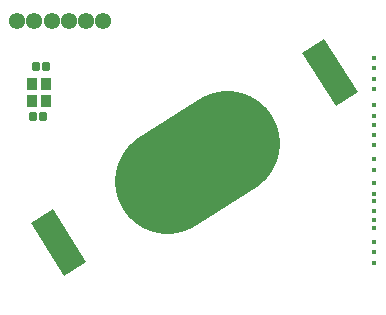
<source format=gbr>
G04 EAGLE Gerber RS-274X export*
G75*
%MOMM*%
%FSLAX34Y34*%
%LPD*%
%INSoldermask Bottom*%
%IPPOS*%
%AMOC8*
5,1,8,0,0,1.08239X$1,22.5*%
G01*
%ADD10C,0.411763*%
%ADD11C,1.381763*%
%ADD12C,8.911763*%
%ADD13R,2.211763X5.311763*%
%ADD14R,0.961763X1.061762*%
%ADD15C,0.391056*%


D10*
X320000Y44000D03*
X320000Y54000D03*
X320000Y62000D03*
X320000Y74000D03*
X320000Y81000D03*
X320000Y88000D03*
X320000Y97000D03*
X320000Y103000D03*
X320000Y112000D03*
X320000Y123000D03*
X320000Y132000D03*
X320000Y144000D03*
X320000Y153000D03*
X320000Y161000D03*
X320000Y169000D03*
X320000Y178000D03*
X320000Y192000D03*
X320000Y200000D03*
X320000Y209000D03*
X320000Y218000D03*
D11*
X17700Y249400D03*
X47050Y249450D03*
X61350Y249300D03*
X90600Y249450D03*
X76000Y249500D03*
X32150Y249500D03*
D12*
X144604Y113922D02*
X195262Y146070D01*
D13*
G36*
X258958Y222460D02*
X277633Y234312D01*
X306094Y189464D01*
X287419Y177612D01*
X258958Y222460D01*
G37*
G36*
X29009Y78034D02*
X47684Y89886D01*
X76145Y45038D01*
X57470Y33186D01*
X29009Y78034D01*
G37*
D14*
X41750Y196250D03*
X41750Y181750D03*
X30250Y181750D03*
X30250Y196250D03*
D15*
X31396Y212604D02*
X34004Y212604D01*
X34004Y209396D01*
X31396Y209396D01*
X31396Y212604D01*
X39996Y209396D02*
X42604Y209396D01*
X39996Y209396D02*
X39996Y212604D01*
X42604Y212604D01*
X42604Y209396D01*
X40604Y167396D02*
X37996Y167396D01*
X37996Y170604D01*
X40604Y170604D01*
X40604Y167396D01*
X32004Y170604D02*
X29396Y170604D01*
X32004Y170604D02*
X32004Y167396D01*
X29396Y167396D01*
X29396Y170604D01*
M02*

</source>
